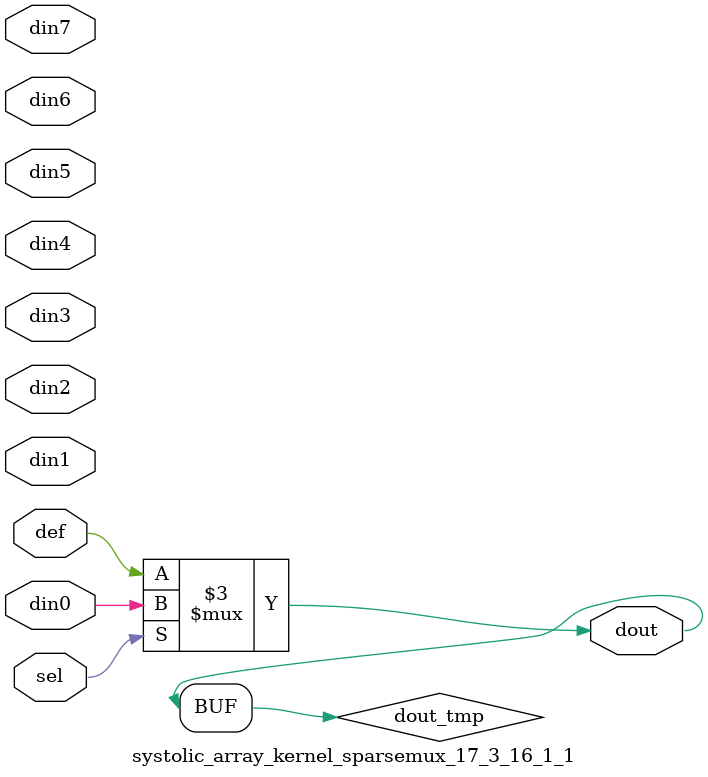
<source format=v>
`timescale 1ns / 1ps

module systolic_array_kernel_sparsemux_17_3_16_1_1 (din0,din1,din2,din3,din4,din5,din6,din7,def,sel,dout);

parameter din0_WIDTH = 1;

parameter din1_WIDTH = 1;

parameter din2_WIDTH = 1;

parameter din3_WIDTH = 1;

parameter din4_WIDTH = 1;

parameter din5_WIDTH = 1;

parameter din6_WIDTH = 1;

parameter din7_WIDTH = 1;

parameter def_WIDTH = 1;
parameter sel_WIDTH = 1;
parameter dout_WIDTH = 1;

parameter [sel_WIDTH-1:0] CASE0 = 1;

parameter [sel_WIDTH-1:0] CASE1 = 1;

parameter [sel_WIDTH-1:0] CASE2 = 1;

parameter [sel_WIDTH-1:0] CASE3 = 1;

parameter [sel_WIDTH-1:0] CASE4 = 1;

parameter [sel_WIDTH-1:0] CASE5 = 1;

parameter [sel_WIDTH-1:0] CASE6 = 1;

parameter [sel_WIDTH-1:0] CASE7 = 1;

parameter ID = 1;
parameter NUM_STAGE = 1;



input [din0_WIDTH-1:0] din0;

input [din1_WIDTH-1:0] din1;

input [din2_WIDTH-1:0] din2;

input [din3_WIDTH-1:0] din3;

input [din4_WIDTH-1:0] din4;

input [din5_WIDTH-1:0] din5;

input [din6_WIDTH-1:0] din6;

input [din7_WIDTH-1:0] din7;

input [def_WIDTH-1:0] def;
input [sel_WIDTH-1:0] sel;

output [dout_WIDTH-1:0] dout;



reg [dout_WIDTH-1:0] dout_tmp;


always @ (*) begin
(* parallel_case *) case (sel)
    
    CASE0 : dout_tmp = din0;
    
    CASE1 : dout_tmp = din1;
    
    CASE2 : dout_tmp = din2;
    
    CASE3 : dout_tmp = din3;
    
    CASE4 : dout_tmp = din4;
    
    CASE5 : dout_tmp = din5;
    
    CASE6 : dout_tmp = din6;
    
    CASE7 : dout_tmp = din7;
    
    default : dout_tmp = def;
endcase
end


assign dout = dout_tmp;



endmodule

</source>
